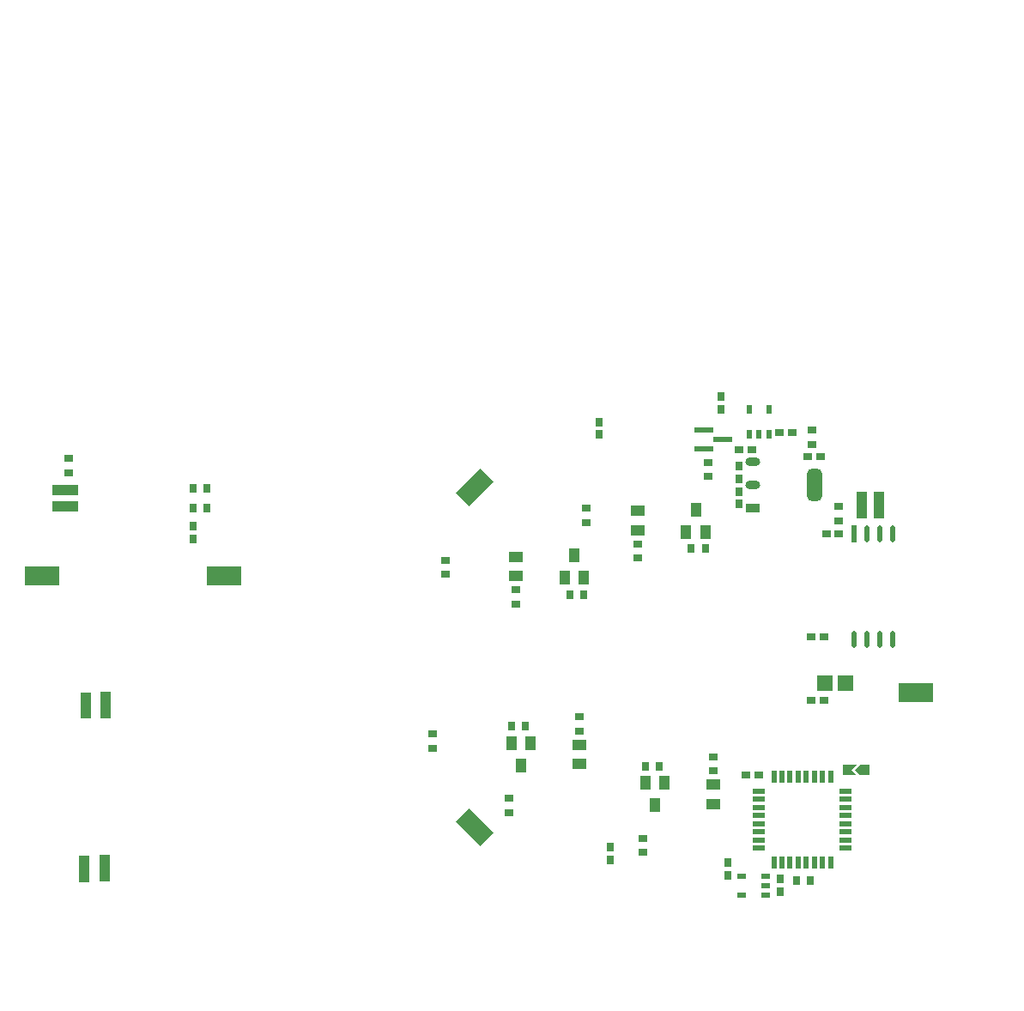
<source format=gbp>
G04*
G04 #@! TF.GenerationSoftware,Altium Limited,Altium Designer,25.8.1 (18)*
G04*
G04 Layer_Color=128*
%FSLAX44Y44*%
%MOMM*%
G71*
G04*
G04 #@! TF.SameCoordinates,2DE5FF01-4093-4F91-ACCA-3BB073B8CBF2*
G04*
G04*
G04 #@! TF.FilePolarity,Positive*
G04*
G01*
G75*
%ADD20R,2.6000X1.0000*%
%ADD23R,1.9000X0.6000*%
%ADD27R,1.4542X0.8821*%
G04:AMPARAMS|DCode=28|XSize=1.4542mm|YSize=3.1821mm|CornerRadius=0.4435mm|HoleSize=0mm|Usage=FLASHONLY|Rotation=0.000|XOffset=0mm|YOffset=0mm|HoleType=Round|Shape=RoundedRectangle|*
%AMROUNDEDRECTD28*
21,1,1.4542,2.2951,0,0,0.0*
21,1,0.5671,3.1821,0,0,0.0*
1,1,0.8870,0.2836,-1.1476*
1,1,0.8870,-0.2836,-1.1476*
1,1,0.8870,-0.2836,1.1476*
1,1,0.8870,0.2836,1.1476*
%
%ADD28ROUNDEDRECTD28*%
G04:AMPARAMS|DCode=29|XSize=1.4542mm|YSize=0.8821mm|CornerRadius=0.4411mm|HoleSize=0mm|Usage=FLASHONLY|Rotation=0.000|XOffset=0mm|YOffset=0mm|HoleType=Round|Shape=RoundedRectangle|*
%AMROUNDEDRECTD29*
21,1,1.4542,0.0000,0,0,0.0*
21,1,0.5720,0.8821,0,0,0.0*
1,1,0.8821,0.2860,0.0000*
1,1,0.8821,-0.2860,0.0000*
1,1,0.8821,-0.2860,0.0000*
1,1,0.8821,0.2860,0.0000*
%
%ADD29ROUNDEDRECTD29*%
%ADD30R,1.2000X0.5000*%
%ADD31R,0.5000X1.2000*%
%ADD38R,0.8000X0.8500*%
%ADD39R,0.8500X0.8000*%
%ADD40R,1.5500X1.6000*%
G04:AMPARAMS|DCode=41|XSize=3.45mm|YSize=1.85mm|CornerRadius=0mm|HoleSize=0mm|Usage=FLASHONLY|Rotation=135.000|XOffset=0mm|YOffset=0mm|HoleType=Round|Shape=Rectangle|*
%AMROTATEDRECTD41*
4,1,4,1.8738,-0.5657,0.5657,-1.8738,-1.8738,0.5657,-0.5657,1.8738,1.8738,-0.5657,0.0*
%
%ADD41ROTATEDRECTD41*%

G04:AMPARAMS|DCode=42|XSize=3.45mm|YSize=1.85mm|CornerRadius=0mm|HoleSize=0mm|Usage=FLASHONLY|Rotation=45.000|XOffset=0mm|YOffset=0mm|HoleType=Round|Shape=Rectangle|*
%AMROTATEDRECTD42*
4,1,4,-0.5657,-1.8738,-1.8738,-0.5657,0.5657,1.8738,1.8738,0.5657,-0.5657,-1.8738,0.0*
%
%ADD42ROTATEDRECTD42*%

%ADD43R,0.9000X0.8000*%
%ADD44C,0.0160*%
%ADD45R,0.8000X0.9000*%
%ADD46R,3.4500X1.8500*%
G04:AMPARAMS|DCode=47|XSize=1.6539mm|YSize=0.5421mm|CornerRadius=0.2711mm|HoleSize=0mm|Usage=FLASHONLY|Rotation=90.000|XOffset=0mm|YOffset=0mm|HoleType=Round|Shape=RoundedRectangle|*
%AMROUNDEDRECTD47*
21,1,1.6539,0.0000,0,0,90.0*
21,1,1.1118,0.5421,0,0,90.0*
1,1,0.5421,0.0000,0.5559*
1,1,0.5421,0.0000,-0.5559*
1,1,0.5421,0.0000,-0.5559*
1,1,0.5421,0.0000,0.5559*
%
%ADD47ROUNDEDRECTD47*%
%ADD48R,0.5421X1.6539*%
%ADD100R,0.9000X0.6000*%
%ADD101R,1.0000X1.4000*%
%ADD102R,1.4000X1.1000*%
%ADD110R,0.6000X0.9000*%
%ADD117R,1.0000X2.6000*%
G36*
X-584000Y160000D02*
X-597750D01*
X-592750Y165000D01*
X-597750Y170000D01*
X-584000D01*
Y160000D01*
D02*
G37*
G36*
X-600750Y170000D02*
X-595750Y165000D01*
X-600750Y160000D01*
X-610000D01*
Y170000D01*
X-600750Y170000D01*
D02*
G37*
G36*
X211000Y153875D02*
X206000Y148875D01*
X201000Y153875D01*
Y163125D01*
X211000D01*
X211000Y153875D01*
D02*
G37*
G36*
X194000D02*
X189000Y148875D01*
X184000Y153875D01*
Y163125D01*
X194000D01*
X194000Y153875D01*
D02*
G37*
G36*
X211000Y137125D02*
X201000D01*
Y150875D01*
X206000Y145875D01*
X211000Y150875D01*
Y137125D01*
D02*
G37*
G36*
X194000D02*
X184000D01*
Y150875D01*
X189000Y145875D01*
X194000Y150875D01*
Y137125D01*
D02*
G37*
G36*
X-584000Y144000D02*
X-597750D01*
X-592750Y149000D01*
X-597750Y154000D01*
X-584000D01*
Y144000D01*
D02*
G37*
G36*
X-600750Y154000D02*
X-595750Y149000D01*
X-600750Y144000D01*
X-610000D01*
Y154000D01*
X-600750Y154000D01*
D02*
G37*
G36*
X-552000Y-43250D02*
X-557000Y-48250D01*
X-562000Y-43250D01*
Y-34000D01*
X-552000D01*
X-552000Y-43250D01*
D02*
G37*
G36*
X-572000Y-43750D02*
X-577000Y-48750D01*
X-582000Y-43750D01*
Y-34500D01*
X-572000D01*
X-572000Y-43750D01*
D02*
G37*
G36*
X-552000Y-60000D02*
X-562000D01*
Y-46250D01*
X-557000Y-51250D01*
X-552000Y-46250D01*
Y-60000D01*
D02*
G37*
G36*
X-572000Y-60500D02*
X-582000D01*
Y-46750D01*
X-577000Y-51750D01*
X-572000Y-46750D01*
Y-60500D01*
D02*
G37*
G36*
X178750Y-111000D02*
X183750Y-116000D01*
X170000D01*
Y-106000D01*
X183750D01*
X178750Y-111000D01*
D02*
G37*
G36*
X196000Y-116000D02*
X186750Y-116000D01*
X181750Y-111000D01*
X186750Y-106000D01*
X196000D01*
Y-116000D01*
D02*
G37*
G36*
X-553000Y-204250D02*
X-558000Y-209250D01*
X-563000Y-204250D01*
Y-195000D01*
X-553000D01*
X-553000Y-204250D01*
D02*
G37*
G36*
X-573000Y-204750D02*
X-578000Y-209750D01*
X-583000Y-204750D01*
Y-195500D01*
X-573000D01*
X-573000Y-204750D01*
D02*
G37*
G36*
X-553000Y-221000D02*
X-563000D01*
Y-207250D01*
X-558000Y-212250D01*
X-553000Y-207250D01*
Y-221000D01*
D02*
G37*
G36*
X-573000Y-221500D02*
X-583000D01*
Y-207750D01*
X-578000Y-212750D01*
X-573000Y-207750D01*
Y-221500D01*
D02*
G37*
D20*
X-597001Y149000D02*
D03*
X-597002Y165000D02*
D03*
D23*
X33000Y205500D02*
D03*
Y224500D02*
D03*
X52000Y215000D02*
D03*
D27*
X81000Y147000D02*
D03*
D28*
X142500Y170000D02*
D03*
D29*
X81000D02*
D03*
Y193000D02*
D03*
D30*
X87500Y-140000D02*
D03*
Y-172000D02*
D03*
Y-188000D02*
D03*
Y-180000D02*
D03*
Y-164000D02*
D03*
Y-156000D02*
D03*
Y-148000D02*
D03*
X172500Y-132000D02*
D03*
Y-140000D02*
D03*
Y-148000D02*
D03*
Y-156000D02*
D03*
Y-164000D02*
D03*
Y-172000D02*
D03*
Y-180000D02*
D03*
Y-188000D02*
D03*
X87500Y-132000D02*
D03*
D31*
X150000Y-202500D02*
D03*
X142000D02*
D03*
X134000D02*
D03*
X118000D02*
D03*
X110000D02*
D03*
X102000D02*
D03*
X110000Y-117500D02*
D03*
X118000D02*
D03*
X126000D02*
D03*
X134000D02*
D03*
X142000D02*
D03*
X150000D02*
D03*
X158000D02*
D03*
Y-202500D02*
D03*
X126000D02*
D03*
X102000Y-117500D02*
D03*
D38*
X-471000Y129250D02*
D03*
Y116750D02*
D03*
X-59257Y-187007D02*
D03*
Y-199507D02*
D03*
X67500Y151250D02*
D03*
Y163750D02*
D03*
Y176250D02*
D03*
Y188750D02*
D03*
X50000Y257250D02*
D03*
Y244750D02*
D03*
X108000Y-231250D02*
D03*
Y-218750D02*
D03*
X57000Y-202750D02*
D03*
Y-215250D02*
D03*
X-70000Y219750D02*
D03*
Y232250D02*
D03*
D39*
X74750Y-116000D02*
D03*
X87250D02*
D03*
X80000Y205000D02*
D03*
X67500D02*
D03*
X138750Y20000D02*
D03*
X151250D02*
D03*
X138750Y-42500D02*
D03*
X151250D02*
D03*
X153750Y122000D02*
D03*
X166250D02*
D03*
X148250Y198000D02*
D03*
X135750D02*
D03*
X107750Y222000D02*
D03*
X120250D02*
D03*
D40*
X152750Y-25000D02*
D03*
X172250D02*
D03*
D41*
X-193000Y-168000D02*
D03*
D42*
Y168000D02*
D03*
D43*
X-235000Y-89500D02*
D03*
Y-75500D02*
D03*
X37000Y192400D02*
D03*
Y178400D02*
D03*
X-159500Y-138900D02*
D03*
Y-152900D02*
D03*
X-27250Y-192374D02*
D03*
X-27250Y-178374D02*
D03*
X-32500Y98000D02*
D03*
Y112000D02*
D03*
X-90000Y-58500D02*
D03*
Y-72500D02*
D03*
X42250Y-97974D02*
D03*
Y-111974D02*
D03*
X-83000Y147000D02*
D03*
X-83000Y133000D02*
D03*
X-152500Y52600D02*
D03*
X-152500Y66600D02*
D03*
X-222000Y82000D02*
D03*
Y96000D02*
D03*
X140000Y210000D02*
D03*
Y224000D02*
D03*
X166000Y149000D02*
D03*
Y135000D02*
D03*
X-594000Y182000D02*
D03*
Y196000D02*
D03*
D44*
X325000Y625000D02*
D03*
X-625000D02*
D03*
X325000Y-325000D02*
D03*
D45*
X-471000Y167000D02*
D03*
X-457000D02*
D03*
X34500Y107500D02*
D03*
X20500D02*
D03*
X-157000Y-68000D02*
D03*
X-143000D02*
D03*
X-24750Y-107474D02*
D03*
X-10750Y-107474D02*
D03*
X-99500Y62100D02*
D03*
X-85500D02*
D03*
X138000Y-220000D02*
D03*
X124000D02*
D03*
X-471000Y147000D02*
D03*
X-457000D02*
D03*
D46*
X-440000Y80000D02*
D03*
X242500Y-35000D02*
D03*
X-620000Y80000D02*
D03*
D47*
X193650Y122005D02*
D03*
X206350D02*
D03*
X219050D02*
D03*
Y17995D02*
D03*
X206350D02*
D03*
X193650D02*
D03*
X180950D02*
D03*
D48*
Y122005D02*
D03*
D100*
X94000Y-215500D02*
D03*
Y-234500D02*
D03*
X70000D02*
D03*
X94000Y-225000D02*
D03*
X70000Y-215500D02*
D03*
D101*
X-104500Y78600D02*
D03*
X-85500Y78600D02*
D03*
X-95000Y100600D02*
D03*
X34500Y124000D02*
D03*
X25000Y146000D02*
D03*
X15500Y124000D02*
D03*
X-157000Y-84500D02*
D03*
X-147500Y-106500D02*
D03*
X-138000Y-84500D02*
D03*
X-15250Y-145974D02*
D03*
X-24750Y-123974D02*
D03*
X-5750D02*
D03*
D102*
X-152500Y80100D02*
D03*
X-152500Y99100D02*
D03*
X-32500Y125500D02*
D03*
Y144500D02*
D03*
X-90000Y-86000D02*
D03*
Y-105000D02*
D03*
X42250Y-125474D02*
D03*
Y-144474D02*
D03*
D110*
X97000Y220500D02*
D03*
X78000Y244500D02*
D03*
Y220500D02*
D03*
X87500D02*
D03*
X97000Y244500D02*
D03*
D117*
X-577999Y-208500D02*
D03*
X-558000Y-208000D02*
D03*
X-556999Y-47000D02*
D03*
X206000Y150125D02*
D03*
X188999D02*
D03*
X-577000Y-47500D02*
D03*
M02*

</source>
